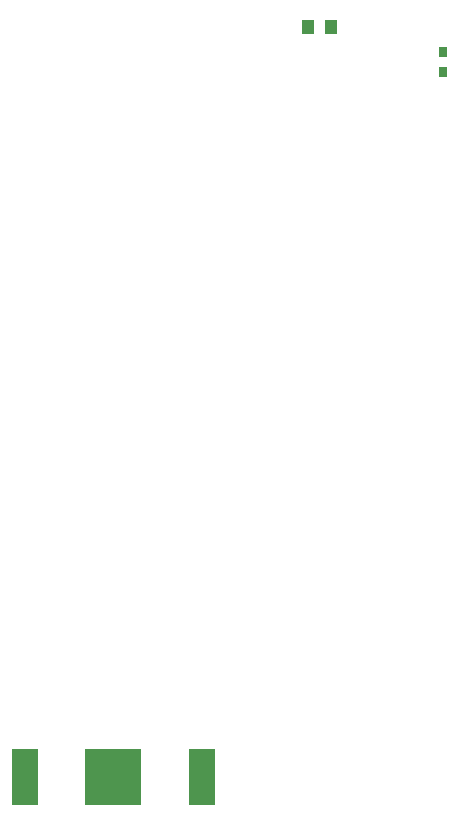
<source format=gbr>
G04 DipTrace 2.3.0.3*
%INTopPaste.gbr*%
%MOIN*%
%ADD44R,0.0315X0.0354*%
%ADD56R,0.0433X0.0512*%
%ADD70R,0.0906X0.189*%
%ADD72R,0.189X0.189*%
%FSLAX44Y44*%
G04*
G70*
G90*
G75*
G01*
%LNTopPaste*%
%LPD*%
D72*
X10687Y6938D3*
D70*
X13640D3*
X7734D3*
D56*
X17187Y31937D3*
X17935D3*
D44*
X21687Y30437D3*
Y31106D3*
M02*

</source>
